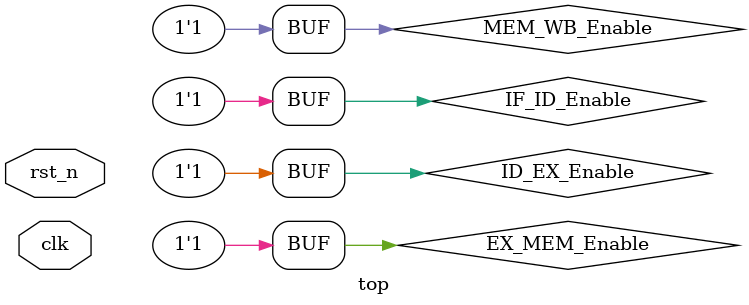
<source format=sv>
`timescale 1ns/1ps
module top #(
    parameter IMEM_DEPTH   = 64,
    parameter DMEM_DEPTH   = 64,
    parameter IMEM_FILE    = "fib_im.mem",
    parameter REGF_INIT    = "fib_rf.mem",
    parameter DMEM_FILE    = "dmem_init.mem"
)(
    input  logic clk,
    input  logic rst_n
);


    // Program Counter
    logic [31:0] pc;         // current PC (from program_counter)
    logic [31:0] pc_next;    // next PC computed by top
    logic [31:0] pc_plus4;   // pc + 4
    logic [31:0] pc_branch;  // branch target
    logic [31:0] pc_jump;    // jal target (pc + imm)
    logic [31:0] pc_jalr;    // jalr target ((rs1 + imm) & ~1)

    program_counter #(
        .ADDR_WIDTH(32)
    ) u_pc (
        .clk   (clk),
        .rst_n (rst_n),
        .pc_in (pc_next),
        .pc_out(pc)
    );

    assign pc_plus4 = pc + 32'd4;




    // Instruction Memory (IMEM)
    localparam int IMEM_AW = $clog2(IMEM_DEPTH);
    logic [IMEM_AW-1:0] imem_addr;
    logic [31:0] instr;

    // word-addressed IMEM: drop byte lanes
    assign imem_addr = pc[IMEM_AW+1:2];

    instruction_memory #(
        .IMEM_WIDTH(32),
        .IMEM_DEPTH(IMEM_DEPTH),
        .IMEM_FILE (IMEM_FILE)
    ) u_imem (
        .addr     (imem_addr),
        .data_out (instr)
    );




    //--------------------------
    //--------IF_ID_Stage-------
    //--------------------------
    wire [31:0] instr_out, pc1;
    logic IF_ID_Enable;
    assign IF_ID_Enable = '1;
    
    IF_ID_Stage #(
            .WIDTH(32)
        ) u_IF_ID_Stage (
            .clk   (clk),
            .rst_n (rst_n),
            .IF_ID_Enable (IF_ID_Enable),
            .pc_in (pc),
            .instr_in(instr),
            .pc_out(pc1),
            .instr_out (instr_out)
         );








    // Control unit
    logic ALUSrc_in, MemtoReg_in, RegWrite_in, MemRead_in, MemWrite_in, Branch_in, AUIPC_Sel_in;
    logic ALUOp1_in, ALUOp2_in;
    logic Jump_in, Jalr_in;

    Control_Unit u_cu (
        .opcode   (instr_out[6:0]),
        .ALUSrc   (ALUSrc_in),
        .MemtoReg (MemtoReg_in),
        .RegWrite (RegWrite_in),
        .MemRead  (MemRead_in),
        .MemWrite (MemWrite_in),
        .Branch   (Branch_in),
        .ALUOp1   (ALUOp1_in),
        .ALUOp2   (ALUOp2_in),
        .Jump     (Jump_in),
        .Jalr     (Jalr_in),
        .AUIPC_Sel(AUIPC_Sel_in)
    );




    // Register file
    logic [31:0] rs1_data, rs2_data, wb_data;
    logic RegWrite_out3;     //used for MEM_WB_Stage

    register_file #(
        .REGF_WIDTH(32),
        .DATA_DEPTH(32),
        .SELECTOR  (5),
        .INIT_FILE (REGF_INIT)
    ) u_rf (
        .clk    (clk),
        .rst_n  (rst_n),
        .RegWEn (RegWrite_out3),
        .rs1    (instr_out[19:15]),
        .rs2    (instr_out[24:20]),
        .rsW    (instr_out[11:7]),
        .dataW  (wb_data),
        .data1  (rs1_data),
        .data2  (rs2_data)
    );




    // Immediate Generator
    logic [31:0] imm;

    imm_Gen #(.WIDTH(32)) u_imm (
        .instruction(instr_out),
        .opcode     (instr_out[6:0]),
        .immediate  (imm)
    );




    //--------------------------
    //--------ID_EX_Stage-------
    //--------------------------
    logic ID_EX_Enable;
    wire [31:0] rdata1_out, rdata2_out, immediate_out, pc_out2;
    wire [2:0] funct3_out;
    wire [6:0] funct7_out;
    wire RegWrite_out, ALUSrc_out, Branch_out, MemRead_out, MemWrite_out, MemtoReg_out, ALUOp1_out, ALUOp2_out;
    wire Jump_out, Jalr_out, AUIPC_Sel_out;
    assign ID_EX_Enable = '1;

    ID_EX_Stage u_ID_EX_Stage(
    .clk(clk), 
    .rst_n(rst_n),
    .ID_EX_Enable (ID_EX_Enable),
    .rdata1_in(rs1_data),
    .rdata2_in(rs2_data),
    .immediate_in(imm),
    .pc_in2(pc1),
    .funct3_in(instr_out[14:12]),
    .funct7_in(instr_out[31:25]),
    .RegWrite_in(RegWrite_in),
    .ALUSrc_in(ALUSrc_in),
    .Branch_in(Branch_in),
    .MemRead_in(MemRead_in),
    .MemWrite_in(MemWrite_in),
    .MemtoReg_in(MemtoReg_in),
    .ALUOp1_in(ALUOp1_in),
    .ALUOp2_in(ALUOp2_in),
    .Jump_in(Jump_in),
    .Jalr_in(Jalr_in),
    .AUIPC_Sel_in(AUIPC_Sel_in),
    
    .rdata1_out(rdata1_out),
    .rdata2_out(rdata2_out),
    .immediate_out(immediate_out),
    .pc_out2(pc_out2),
    .funct3_out(funct3_out),
    .funct7_out(funct7_out),
    .RegWrite_out(RegWrite_out),
    .ALUSrc_out(ALUSrc_out),
    .Branch_out(Branch_out),
    .MemRead_out(MemRead_out),
    .MemWrite_out(MemWrite_out),
    .MemtoReg_out(MemtoReg_out),
    .ALUOp1_out(ALUOp1_out),
    .ALUOp2_out(ALUOp2_out),
    .Jump_out(Jump_out),
    .Jalr_out(Jalr_out),
    .AUIPC_Sel_out(AUIPC_Sel_out)
    );




    // ALU Control
    logic [3:0] ALU_Control;
    alu_control u_aluctrl (
        .ALUOp1     (ALUOp1_out),
        .ALUOp2     (ALUOp2_out),
        .funct3     (funct3_out),
        .funct7     (funct7_out),
        .ALU_Control(ALU_Control)
    );
    



    // Mux for PC and rs_data1 selection
    logic [31:0] a_mux;
    assign a_mux = (AUIPC_Sel_out) ? pc_out2 : rdata1_out;     // For AUIPC

    // ALU
    logic [31:0] alu_result;
    logic        alu_zero, alu_overflow, alu_negative, alu_carry, branch_taken;
    alu #(.ALU_WIDTH(32)) u_alu (
        .ALUSrc      (ALUSrc_out),
        .a           (a_mux),
        .b           (rdata2_out),
        .immediate   (immediate_out),
        .ALU_Control (ALU_Control),
        .result      (alu_result),
        .zero        (alu_zero),
        .overflow    (alu_overflow),
        .negative    (alu_negative),
        .carry      (alu_carry)
    );




    //Branch unit
    branch_unit u_branch_unit(
    .funct3      (instr_out[14:12]),
    .zero       (alu_zero),
    .negative   (alu_negative),
    .carry      (alu_carry),
    .overflow   (alu_overflow),
    .branch_taken (branch_taken)
    );
    
    

         
    // PC-input selection
       assign pc_branch = pc_out2 + immediate_out;   // branch target (B-type)
       assign pc_jump   = pc_out2 + immediate_out;   // jal (J-type imm)
       assign pc_jalr   = (rdata1_out + immediate_out) & 32'hfffffffe; // to keep address even LSB is forced zero
 



    //--------------------------
    //--------EX_MEM_Stage------
    //--------------------------
    logic EX_MEM_Enable;
    wire [31:0] rdata2_out2, alu_result_out, pc_branch_in, pc_jump_in, pc_jalr_in;
    wire branch_taken_out;      
    wire RegWrite_out2, Branch_out2, MemRead_out2, MemWrite_out2, MemtoReg_out2, Jump_out2, Jalr_out2, pc_branch_out, pc_jump_out, pc_jalr_out;
    assign EX_MEM_Enable = '1;
    
    EX_MEM_Stage u_EX_MEM_Stage(


        .rdata2_out2(rdata2_out2),
        .alu_result_out(alu_result_out),
        .pc_branch_out(pc_branch_out),
        .pc_jump_out(pc_jump_out),
        .pc_jalr_out(pc_jalr_out),
        .RegWrite_out2(RegWrite_out2),
        .Branch_out2(Branch_out2),
        .MemRead_out2(MemRead_out2),
        .MemWrite_out2(MemWrite_out2),
        .MemtoReg_out2(MemtoReg_out2),
        .Jump_out2(Jump_out2),
        .Jalr_out2(Jalr_out2),
        .branch_taken_out(branch_taken_out)
    );




    // Data memory
    logic [31:0] dmem_rdata;
    dmem #(
        .ADDR_WIDTH(32),
        .DMEM_WIDTH(32),
        .DMEM_DEPTH(DMEM_DEPTH),
        .DMEM_FILE (DMEM_FILE)
    ) u_dmem (
        .clk    (clk),
        .MemWrite(MemWrite_out2),
        .MemRead (MemRead_out2),
        .funct3  (instr_out[14:12]),
        .addr    (alu_result_out),
        .dataW   (rdata2_out2),
        .data_out(dmem_rdata)
    );




    //--------------------------
    //--------MEM_WB_Stage------
    //--------------------------
    logic MEM_WB_Enable;
    wire [31:0] mem_data_out, alu_data_out3;
    wire MemToReg_out3;
    assign MEM_WB_Enable = '1;
        
    MEM_WB_Stage u_MEM_WB_Stage (
     
        .MEM_WB_Enable(MEM_WB_Enable),
        .mem_data_in(dmem_rdata),
        .alu_data_in(alu_result_out),
        .MemToReg_in(MemtoReg_out2),
        .RegWrite_in(RegWrite_out2),
        
        .mem_data_out(mem_data_out),
        .alu_data_out(alu_data_out3),
        .MemToReg_out(MemToReg_out3),
        .RegWrite_out(RegWrite_out3)
    );




    // Write-back selection
    always_comb begin
        if (MemToReg_out3)
            wb_data = mem_data_out;
        else if (Jump_out2)
            wb_data = pc_plus4;
        else 
            wb_data = alu_data_out3;
    end



   
    always_comb begin
        // branch has priority if condition true
        if (Branch_out2 && branch_taken_out) begin
            pc_next = pc_branch;
        end
        else if (Jump_out2) begin
            if (Jalr_out2) begin
                pc_next = pc_jalr;
                end
                
            else begin
                pc_next = pc_jump;
                end
        end
        
        else 
            pc_next = pc_plus4; // default        
    end

endmodule
</source>
